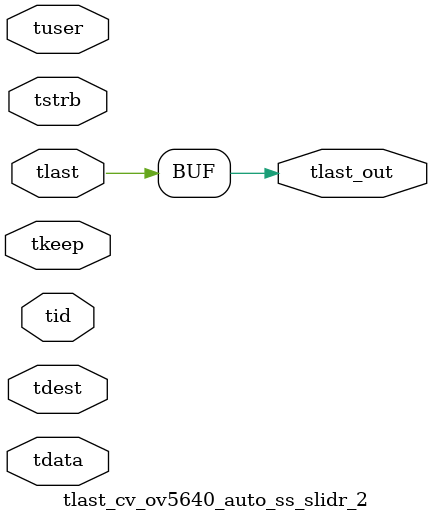
<source format=v>


`timescale 1ps/1ps

module tlast_cv_ov5640_auto_ss_slidr_2 #
(
parameter C_S_AXIS_TID_WIDTH   = 1,
parameter C_S_AXIS_TUSER_WIDTH = 0,
parameter C_S_AXIS_TDATA_WIDTH = 0,
parameter C_S_AXIS_TDEST_WIDTH = 0
)
(
input  [(C_S_AXIS_TID_WIDTH   == 0 ? 1 : C_S_AXIS_TID_WIDTH)-1:0       ] tid,
input  [(C_S_AXIS_TDATA_WIDTH == 0 ? 1 : C_S_AXIS_TDATA_WIDTH)-1:0     ] tdata,
input  [(C_S_AXIS_TUSER_WIDTH == 0 ? 1 : C_S_AXIS_TUSER_WIDTH)-1:0     ] tuser,
input  [(C_S_AXIS_TDEST_WIDTH == 0 ? 1 : C_S_AXIS_TDEST_WIDTH)-1:0     ] tdest,
input  [(C_S_AXIS_TDATA_WIDTH/8)-1:0 ] tkeep,
input  [(C_S_AXIS_TDATA_WIDTH/8)-1:0 ] tstrb,
input  [0:0]                                                             tlast,
output                                                                   tlast_out
);

assign tlast_out = {tlast};

endmodule


</source>
